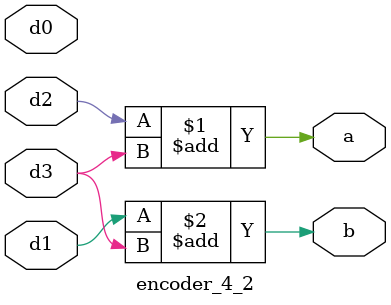
<source format=v>
module encoder_4_2(output a,b, input d0,d1,d2,d3);
  assign a=d2+d3;
  assign b=d1+d3;
  
endmodule

</source>
